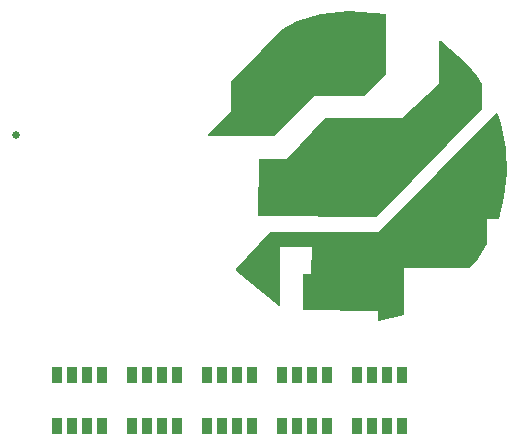
<source format=gbs>
%FSLAX25Y25*%
%MOIN*%
G70*
G01*
G75*
G04 Layer_Color=16711935*
%ADD10R,0.04331X0.06693*%
%ADD11R,0.05315X0.11024*%
%ADD12R,0.03543X0.03150*%
%ADD13O,0.08661X0.02362*%
%ADD14O,0.06496X0.02165*%
%ADD15O,0.02165X0.06496*%
%ADD16R,0.21260X0.21850*%
%ADD17R,0.12008X0.03937*%
%ADD18R,0.21850X0.21260*%
%ADD19R,0.03937X0.12008*%
%ADD20R,0.02362X0.04331*%
%ADD21R,0.03937X0.21654*%
%ADD22R,0.05906X0.13386*%
%ADD23R,0.21654X0.03937*%
%ADD24R,0.13386X0.05906*%
%ADD25R,0.06693X0.04331*%
%ADD26R,0.09646X0.10039*%
%ADD27R,0.03347X0.04134*%
%ADD28R,0.01378X0.03937*%
%ADD29C,0.06000*%
%ADD30R,0.03543X0.02756*%
%ADD31R,0.02756X0.03543*%
%ADD32R,0.21850X0.25590*%
%ADD33R,0.04921X0.12008*%
%ADD34R,0.09449X0.06693*%
%ADD35R,0.03150X0.03543*%
%ADD36C,0.02500*%
%ADD37C,0.02000*%
%ADD38C,0.00800*%
%ADD39C,0.01000*%
%ADD40C,0.01200*%
%ADD41C,0.00600*%
%ADD42C,0.04000*%
%ADD43C,0.01500*%
%ADD44C,0.11811*%
%ADD45O,0.11811X0.05906*%
%ADD46O,0.05906X0.11811*%
%ADD47C,0.05906*%
%ADD48C,0.02000*%
%ADD49C,0.02400*%
%ADD50C,0.33896*%
%ADD51C,0.06337*%
%ADD52C,0.04369*%
%ADD53C,0.14998*%
%ADD54C,0.03600*%
%ADD55R,0.02795X0.05000*%
%ADD56C,0.00984*%
%ADD57C,0.02362*%
%ADD58C,0.01575*%
%ADD59C,0.00787*%
%ADD60R,0.02500X0.02400*%
%ADD61R,0.17100X0.03700*%
%ADD62R,0.07087X0.03743*%
%ADD63R,0.04931X0.07293*%
%ADD64R,0.05915X0.11624*%
%ADD65R,0.04143X0.03750*%
%ADD66O,0.08061X0.01762*%
%ADD67O,0.05296X0.00965*%
%ADD68O,0.00965X0.05296*%
%ADD69R,0.21860X0.22450*%
%ADD70R,0.12608X0.04537*%
%ADD71R,0.22450X0.21860*%
%ADD72R,0.04537X0.12608*%
%ADD73R,0.02962X0.04931*%
%ADD74R,0.03337X0.21054*%
%ADD75R,0.05306X0.12786*%
%ADD76R,0.21054X0.03337*%
%ADD77R,0.12786X0.05306*%
%ADD78R,0.07293X0.04931*%
%ADD79R,0.10246X0.10639*%
%ADD80R,0.03947X0.04734*%
%ADD81R,0.01978X0.04537*%
%ADD82R,0.04143X0.03356*%
%ADD83R,0.03356X0.04143*%
%ADD84R,0.22450X0.26191*%
%ADD85R,0.05521X0.12608*%
%ADD86R,0.08849X0.06093*%
%ADD87R,0.03750X0.04143*%
%ADD88R,0.11400X0.11800*%
%ADD89R,0.11200X0.11600*%
%ADD90O,0.09261X0.02962*%
%ADD91O,0.07096X0.02765*%
%ADD92O,0.02765X0.07096*%
%ADD93R,0.04537X0.22253*%
%ADD94R,0.06506X0.13986*%
%ADD95R,0.22253X0.04537*%
%ADD96R,0.13986X0.06506*%
%ADD97C,0.06600*%
%ADD98R,0.10049X0.07293*%
%ADD99C,0.12411*%
%ADD100O,0.12411X0.06506*%
%ADD101O,0.06506X0.12411*%
%ADD102C,0.06506*%
%ADD103C,0.02600*%
%ADD104R,0.03395X0.05600*%
G36*
X185440Y124410D02*
X186610Y121381D01*
X188210Y113081D01*
X188710Y104781D01*
X187710Y96781D01*
X185810Y89381D01*
X181910D01*
Y80981D01*
X178110Y74981D01*
X175800Y73000D01*
X154110D01*
Y57381D01*
X145905Y55282D01*
X145510Y55589D01*
Y58781D01*
X120500Y58800D01*
Y71000D01*
X123400D01*
X123410Y80000D01*
X113010D01*
Y60662D01*
X112559Y60446D01*
X98186Y72069D01*
X98152Y72568D01*
X109698Y84806D01*
X145859Y84786D01*
X184950Y124511D01*
X185440Y124410D01*
D02*
G37*
G36*
X175210Y140881D02*
X178500Y137100D01*
X180400Y134171D01*
Y125791D01*
X145310Y90081D01*
X105767Y90180D01*
X105418Y90538D01*
X105810Y109181D01*
X115289D01*
X128065Y122800D01*
X153579D01*
X165910Y134381D01*
X166006Y148571D01*
X166464Y148772D01*
X175210Y140881D01*
D02*
G37*
G36*
X148110Y157581D02*
X148210Y137581D01*
X140934Y130406D01*
X124193Y130378D01*
X110775Y117000D01*
X89035D01*
X88845Y117463D01*
X96700Y125200D01*
Y135400D01*
X106500Y145300D01*
X113400Y152300D01*
X118510Y155281D01*
X126510Y157681D01*
X135910Y158681D01*
X148110Y157581D01*
D02*
G37*
D99*
X136610Y106481D02*
D03*
X136600Y143800D02*
D03*
X163000Y80000D02*
D03*
X110164Y132927D02*
D03*
X136600Y69100D02*
D03*
D103*
X25000Y117300D02*
D03*
D104*
X138427Y37289D02*
D03*
X143427D02*
D03*
X148427D02*
D03*
X153427D02*
D03*
X138427Y20281D02*
D03*
X143427D02*
D03*
X148427D02*
D03*
X153427D02*
D03*
X113483Y37289D02*
D03*
X118483D02*
D03*
X123483D02*
D03*
X128483D02*
D03*
X113483Y20281D02*
D03*
X118483D02*
D03*
X123483D02*
D03*
X128483D02*
D03*
X88539Y37289D02*
D03*
X93539D02*
D03*
X98539D02*
D03*
X103539D02*
D03*
X88539Y20281D02*
D03*
X93539D02*
D03*
X98539D02*
D03*
X103539D02*
D03*
X38594Y37289D02*
D03*
X43595D02*
D03*
X48594D02*
D03*
X53594D02*
D03*
X38594Y20281D02*
D03*
X43595D02*
D03*
X48594D02*
D03*
X53594D02*
D03*
X63539Y37289D02*
D03*
X68539D02*
D03*
X73539D02*
D03*
X78539D02*
D03*
X63539Y20281D02*
D03*
X68539D02*
D03*
X73539D02*
D03*
X78539D02*
D03*
M02*

</source>
